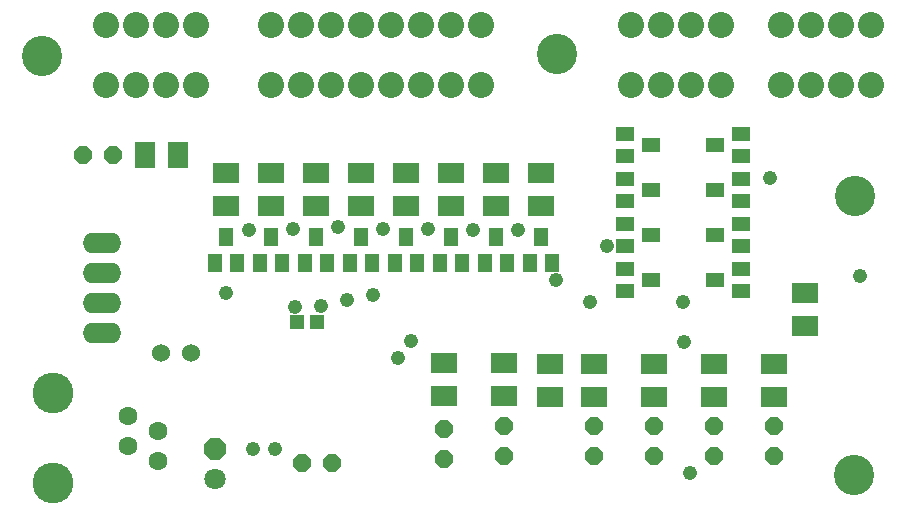
<source format=gbr>
G75*
G70*
%OFA0B0*%
%FSLAX24Y24*%
%IPPOS*%
%LPD*%
%AMOC8*
5,1,8,0,0,1.08239X$1,22.5*
%
%ADD10C,0.1340*%
%ADD11R,0.0513X0.0474*%
%ADD12R,0.0867X0.0710*%
%ADD13R,0.0474X0.0631*%
%ADD14C,0.0867*%
%ADD15C,0.0710*%
%ADD16OC8,0.0710*%
%ADD17C,0.0630*%
%ADD18C,0.1360*%
%ADD19C,0.0600*%
%ADD20O,0.1280X0.0680*%
%ADD21OC8,0.0600*%
%ADD22R,0.0631X0.0474*%
%ADD23R,0.0710X0.0867*%
%ADD24C,0.0476*%
D10*
X003572Y016871D03*
X020752Y016911D03*
X030682Y012191D03*
X030662Y002901D03*
D11*
X012766Y007991D03*
X012097Y007991D03*
D12*
X016992Y006612D03*
X016992Y005510D03*
X018992Y005510D03*
X020528Y005486D03*
X021982Y005500D03*
X021982Y006602D03*
X020528Y006588D03*
X018992Y006612D03*
X023982Y006602D03*
X023982Y005500D03*
X025982Y005500D03*
X025982Y006602D03*
X027982Y006602D03*
X027982Y005500D03*
X029016Y007844D03*
X029016Y008946D03*
X020212Y011840D03*
X018712Y011840D03*
X018712Y012942D03*
X020212Y012942D03*
X017212Y012942D03*
X015712Y012942D03*
X014212Y012942D03*
X012712Y012942D03*
X012712Y011840D03*
X014212Y011840D03*
X015712Y011840D03*
X017212Y011840D03*
X011212Y011840D03*
X009712Y011840D03*
X009712Y012942D03*
X011212Y012942D03*
D13*
X011212Y010824D03*
X011586Y009958D03*
X010838Y009958D03*
X010086Y009958D03*
X009338Y009958D03*
X009712Y010824D03*
X012338Y009958D03*
X013086Y009958D03*
X013838Y009958D03*
X014586Y009958D03*
X015338Y009958D03*
X016086Y009958D03*
X016838Y009958D03*
X017586Y009958D03*
X018338Y009958D03*
X019086Y009958D03*
X019838Y009958D03*
X020586Y009958D03*
X020212Y010824D03*
X018712Y010824D03*
X017212Y010824D03*
X015712Y010824D03*
X014212Y010824D03*
X012712Y010824D03*
D14*
X013212Y015891D03*
X014212Y015891D03*
X015212Y015891D03*
X016212Y015891D03*
X017212Y015891D03*
X018212Y015891D03*
X018212Y017887D03*
X017212Y017887D03*
X016212Y017887D03*
X015212Y017887D03*
X014212Y017887D03*
X013212Y017887D03*
X012212Y017887D03*
X011212Y017887D03*
X008712Y017887D03*
X007712Y017887D03*
X006712Y017887D03*
X005712Y017887D03*
X005712Y015891D03*
X006712Y015891D03*
X007712Y015891D03*
X008712Y015891D03*
X011212Y015891D03*
X012212Y015891D03*
X023212Y015891D03*
X024212Y015891D03*
X025212Y015891D03*
X026212Y015891D03*
X028212Y015891D03*
X029212Y015891D03*
X030212Y015891D03*
X031212Y015891D03*
X031212Y017887D03*
X030212Y017887D03*
X029212Y017887D03*
X028212Y017887D03*
X026212Y017887D03*
X025212Y017887D03*
X024212Y017887D03*
X023212Y017887D03*
D15*
X009342Y002751D03*
D16*
X009342Y003751D03*
D17*
X007452Y003361D03*
X006452Y003861D03*
X007452Y004361D03*
X006452Y004861D03*
D18*
X003952Y002611D03*
X003952Y005611D03*
D19*
X007562Y006971D03*
X008562Y006971D03*
D20*
X005582Y007611D03*
X005582Y008611D03*
X005582Y009611D03*
X005582Y010611D03*
D21*
X005962Y013541D03*
X004962Y013541D03*
X016992Y004411D03*
X016992Y003411D03*
X018992Y003511D03*
X018992Y004511D03*
X021985Y004529D03*
X021985Y003529D03*
X023977Y003521D03*
X023977Y004521D03*
X025981Y004521D03*
X025981Y003521D03*
X027981Y003521D03*
X027981Y004521D03*
X013252Y003291D03*
X012252Y003291D03*
D22*
X023029Y009017D03*
X023029Y009765D03*
X023895Y009391D03*
X023029Y010517D03*
X023029Y011265D03*
X023895Y010891D03*
X023029Y012017D03*
X023895Y012391D03*
X023029Y012765D03*
X023029Y013517D03*
X023895Y013891D03*
X023029Y014265D03*
X026029Y013891D03*
X026895Y013517D03*
X026895Y012765D03*
X026029Y012391D03*
X026895Y012017D03*
X026895Y011265D03*
X026029Y010891D03*
X026895Y010517D03*
X026895Y009765D03*
X026029Y009391D03*
X026895Y009017D03*
X026895Y014265D03*
D23*
X008113Y013541D03*
X007011Y013541D03*
D24*
X010472Y011071D03*
X011962Y011101D03*
X013442Y011161D03*
X014962Y011091D03*
X016442Y011101D03*
X017962Y011061D03*
X019442Y011071D03*
X020712Y009391D03*
X021862Y008671D03*
X024942Y008671D03*
X024972Y007311D03*
X022402Y010521D03*
X027842Y012781D03*
X030847Y009517D03*
X025172Y002971D03*
X015882Y007361D03*
X015462Y006781D03*
X012882Y008521D03*
X012012Y008491D03*
X013742Y008711D03*
X014612Y008891D03*
X009722Y008961D03*
X010612Y003751D03*
X011352Y003751D03*
M02*

</source>
